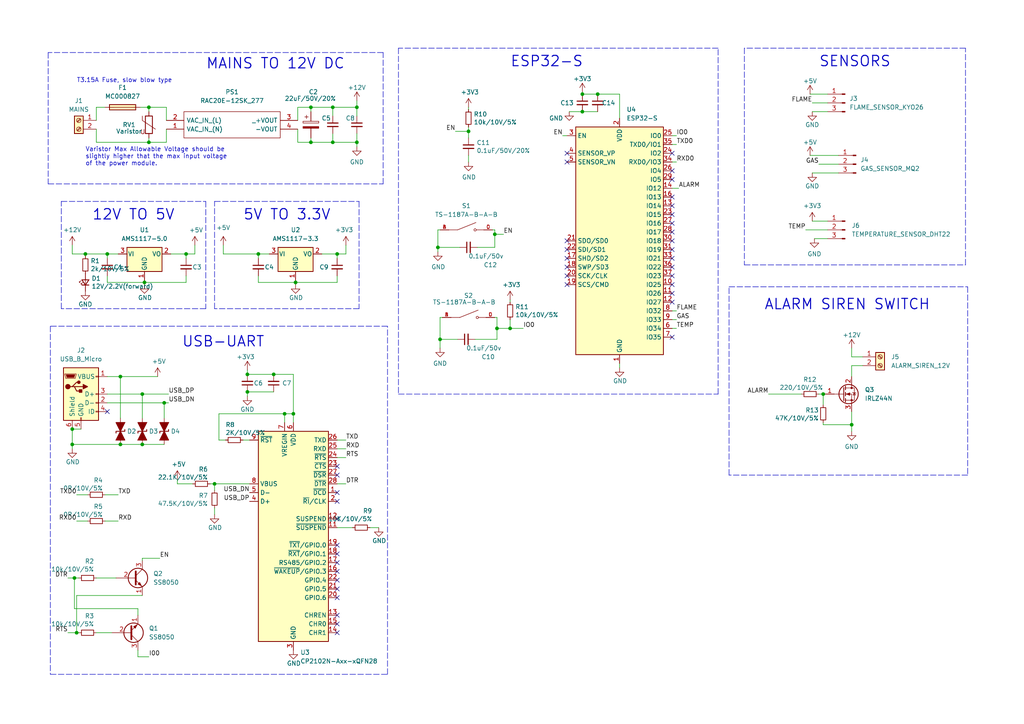
<source format=kicad_sch>
(kicad_sch (version 20211123) (generator eeschema)
  (paper "A4")
  (lib_symbols
    (symbol "Connector:Conn_01x03_Male" (pin_names (offset 1.016) hide)
      (property "Reference" "J" (at 0 5.08 0))
      (property "Value" "Conn_01x03_Male" (at 0 -5.08 0))
      (symbol "Conn_01x03_Male_1_1"
        (pin passive line (at 5.08 2.54 180) (length 3.81) (name "Pin_1") (number "1"))
        (pin passive line (at 5.08 0 180) (length 3.81) (name "Pin_2") (number "2"))
        (pin passive line (at 5.08 -2.54 180) (length 3.81) (name "Pin_3") (number "3"))
      )
    )
    (symbol "Connector:Screw_Terminal_01x02" (pin_names (offset 1.016) hide)
      (property "Reference" "J" (at 0 2.54 0))
      (property "Value" "Screw_Terminal_01x02" (at 0 -5.08 0))
      (symbol "Screw_Terminal_01x02_1_1"
        (pin passive line (at -5.08 0 0) (length 3.81) (name "Pin_1") (number "1"))
        (pin passive line (at -5.08 -2.54 0) (length 3.81) (name "Pin_2") (number "2"))
      )
    )
    (symbol "Connector:USB_B_Micro" (pin_names (offset 1.016))
      (property "Reference" "J" (at -5.08 11.43 0))
      (property "Value" "USB_B_Micro" (at -5.08 8.89 0))
      (symbol "USB_B_Micro_1_1"
        (pin power_out line (at 7.62 5.08 180) (length 2.54) (name "VBUS") (number "1"))
        (pin bidirectional line (at 7.62 -2.54 180) (length 2.54) (name "D-") (number "2"))
        (pin bidirectional line (at 7.62 0 180) (length 2.54) (name "D+") (number "3"))
        (pin passive line (at 7.62 -5.08 180) (length 2.54) (name "ID") (number "4"))
        (pin power_out line (at 0 -10.16 90) (length 2.54) (name "GND") (number "5"))
        (pin passive line (at -2.54 -10.16 90) (length 2.54) (name "Shield") (number "6"))
      )
    )
    (symbol "Device:C_Polarized" (pin_numbers hide) (pin_names (offset 0.254))
      (property "Reference" "C" (at 0.635 2.54 0))
      (property "Value" "C_Polarized" (at 0.635 -2.54 0))
      (symbol "C_Polarized_1_1"
        (pin passive line (at 0 3.81 270) (length 2.794) (name "~") (number "1"))
        (pin passive line (at 0 -3.81 90) (length 2.794) (name "~") (number "2"))
      )
    )
    (symbol "Device:C_Small" (pin_numbers hide) (pin_names (offset 0.254) hide)
      (property "Reference" "C" (at 0.254 1.778 0))
      (property "Value" "C_Small" (at 0.254 -2.032 0))
      (symbol "C_Small_1_1"
        (pin passive line (at 0 2.54 270) (length 2.032) (name "~") (number "1"))
        (pin passive line (at 0 -2.54 90) (length 2.032) (name "~") (number "2"))
      )
    )
    (symbol "Device:D_TVS_Filled" (pin_numbers hide) (pin_names (offset 1.016) hide)
      (property "Reference" "D" (at 0 2.54 0))
      (property "Value" "D_TVS_Filled" (at 0 -2.54 0))
      (symbol "D_TVS_Filled_1_1"
        (pin passive line (at -3.81 0 0) (length 2.54) (name "A1") (number "1"))
        (pin passive line (at 3.81 0 180) (length 2.54) (name "A2") (number "2"))
      )
    )
    (symbol "Device:LED_Small" (pin_numbers hide) (pin_names (offset 0.254) hide)
      (property "Reference" "D" (at -1.27 3.175 0))
      (property "Value" "LED_Small" (at -4.445 -2.54 0))
      (symbol "LED_Small_1_1"
        (pin passive line (at -2.54 0 0) (length 1.778) (name "K") (number "1"))
        (pin passive line (at 2.54 0 180) (length 1.778) (name "A") (number "2"))
      )
    )
    (symbol "Device:R_Small" (pin_numbers hide) (pin_names (offset 0.254) hide)
      (property "Reference" "R" (at 0.762 0.508 0))
      (property "Value" "R_Small" (at 0.762 -1.016 0))
      (symbol "R_Small_1_1"
        (pin passive line (at 0 2.54 270) (length 0.762) (name "~") (number "1"))
        (pin passive line (at 0 -2.54 90) (length 0.762) (name "~") (number "2"))
      )
    )
    (symbol "Device:Varistor" (pin_numbers hide) (pin_names (offset 0))
      (property "Reference" "RV" (at 3.175 0 90))
      (property "Value" "Varistor" (at -3.175 0 90))
      (symbol "Varistor_0_0"
        (text "U" (at -1.778 -2.032 0) (effects (font (size 1.27 1.27))))
      )
      (symbol "Varistor_1_1"
        (pin passive line (at 0 3.81 270) (length 1.27) (name "~") (number "1"))
        (pin passive line (at 0 -3.81 90) (length 1.27) (name "~") (number "2"))
      )
    )
    (symbol "Interface_USB:CP2102N-Axx-xQFN28"
      (property "Reference" "U" (at -8.89 31.75 0))
      (property "Value" "CP2102N-Axx-xQFN28" (at 12.7 31.75 0))
      (symbol "CP2102N-Axx-xQFN28_1_1"
        (pin input line (at 12.7 12.7 180) (length 2.54) (name "~{DCD}") (number "1"))
        (pin no_connect line (at -10.16 -27.94 0) (length 2.54) hide (name "NC") (number "10"))
        (pin output line (at 12.7 2.54 180) (length 2.54) (name "~{SUSPEND}") (number "11"))
        (pin output line (at 12.7 5.08 180) (length 2.54) (name "SUSPEND") (number "12"))
        (pin output line (at 12.7 -22.86 180) (length 2.54) (name "CHREN") (number "13"))
        (pin output line (at 12.7 -27.94 180) (length 2.54) (name "CHR1") (number "14"))
        (pin output line (at 12.7 -25.4 180) (length 2.54) (name "CHR0") (number "15"))
        (pin bidirectional line (at 12.7 -10.16 180) (length 2.54) (name "~{WAKEUP}/GPIO.3") (number "16"))
        (pin bidirectional line (at 12.7 -7.62 180) (length 2.54) (name "RS485/GPIO.2") (number "17"))
        (pin bidirectional line (at 12.7 -5.08 180) (length 2.54) (name "~{RXT}/GPIO.1") (number "18"))
        (pin bidirectional line (at 12.7 -2.54 180) (length 2.54) (name "~{TXT}/GPIO.0") (number "19"))
        (pin bidirectional line (at 12.7 10.16 180) (length 2.54) (name "~{RI}/CLK") (number "2"))
        (pin bidirectional line (at 12.7 -17.78 180) (length 2.54) (name "GPIO.6") (number "20"))
        (pin bidirectional line (at 12.7 -15.24 180) (length 2.54) (name "GPIO.5") (number "21"))
        (pin bidirectional line (at 12.7 -12.7 180) (length 2.54) (name "GPIO.4") (number "22"))
        (pin input line (at 12.7 20.32 180) (length 2.54) (name "~{CTS}") (number "23"))
        (pin output line (at 12.7 22.86 180) (length 2.54) (name "~{RTS}") (number "24"))
        (pin input line (at 12.7 25.4 180) (length 2.54) (name "RXD") (number "25"))
        (pin output line (at 12.7 27.94 180) (length 2.54) (name "TXD") (number "26"))
        (pin input line (at 12.7 17.78 180) (length 2.54) (name "~{DSR}") (number "27"))
        (pin output line (at 12.7 15.24 180) (length 2.54) (name "~{DTR}") (number "28"))
        (pin passive line (at 0 -33.02 90) (length 2.54) hide (name "GND") (number "29"))
        (pin power_in line (at 0 -33.02 90) (length 2.54) (name "GND") (number "3"))
        (pin bidirectional line (at -12.7 10.16 0) (length 2.54) (name "D+") (number "4"))
        (pin bidirectional line (at -12.7 12.7 0) (length 2.54) (name "D-") (number "5"))
        (pin power_in line (at 0 33.02 270) (length 2.54) (name "VDD") (number "6"))
        (pin power_in line (at -2.54 33.02 270) (length 2.54) (name "VREGIN") (number "7"))
        (pin input line (at -12.7 15.24 0) (length 2.54) (name "VBUS") (number "8"))
        (pin input line (at -12.7 27.94 0) (length 2.54) (name "~{RST}") (number "9"))
      )
    )
    (symbol "MC000827:MC000827" (pin_numbers hide) (pin_names (offset 1.016) hide)
      (property "Reference" "F" (at -3.81 1.397 0))
      (property "Value" "MC000827" (at -3.81 -2.921 0))
      (symbol "MC000827_0_0"
        (pin passive line (at -5.08 0 0) (length 2.54) (name "~") (number "P$1"))
        (pin passive line (at 5.08 0 180) (length 2.54) (name "~") (number "P$2"))
      )
    )
    (symbol "RAC20E-12SK_277:RAC20E-12SK_277" (pin_names (offset 0.762))
      (property "Reference" "PS" (at 34.29 7.62 0))
      (property "Value" "RAC20E-12SK_277" (at 34.29 5.08 0))
      (symbol "RAC20E-12SK_277_0_0"
        (pin passive line (at 0 -2.54 0) (length 5.08) (name "VAC_IN_(N)") (number "1"))
        (pin passive line (at 0 0 0) (length 5.08) (name "VAC_IN_(L)") (number "2"))
        (pin passive line (at 38.1 0 180) (length 5.08) (name "_+VOUT") (number "3"))
        (pin passive line (at 38.1 -2.54 180) (length 5.08) (name "-VOUT") (number "4"))
      )
    )
    (symbol "RF_Module:ESP32-WROOM-32D"
      (property "Reference" "U" (at -12.7 34.29 0))
      (property "Value" "ESP32-WROOM-32D" (at 1.27 34.29 0))
      (symbol "ESP32-WROOM-32D_1_1"
        (pin power_in line (at 0 -35.56 90) (length 2.54) (name "GND") (number "1"))
        (pin bidirectional line (at 15.24 -12.7 180) (length 2.54) (name "IO25") (number "10"))
        (pin bidirectional line (at 15.24 -15.24 180) (length 2.54) (name "IO26") (number "11"))
        (pin bidirectional line (at 15.24 -17.78 180) (length 2.54) (name "IO27") (number "12"))
        (pin bidirectional line (at 15.24 10.16 180) (length 2.54) (name "IO14") (number "13"))
        (pin bidirectional line (at 15.24 15.24 180) (length 2.54) (name "IO12") (number "14"))
        (pin passive line (at 0 -35.56 90) (length 2.54) hide (name "GND") (number "15"))
        (pin bidirectional line (at 15.24 12.7 180) (length 2.54) (name "IO13") (number "16"))
        (pin bidirectional line (at -15.24 -5.08 0) (length 2.54) (name "SHD/SD2") (number "17"))
        (pin bidirectional line (at -15.24 -7.62 0) (length 2.54) (name "SWP/SD3") (number "18"))
        (pin bidirectional line (at -15.24 -12.7 0) (length 2.54) (name "SCS/CMD") (number "19"))
        (pin power_in line (at 0 35.56 270) (length 2.54) (name "VDD") (number "2"))
        (pin bidirectional line (at -15.24 -10.16 0) (length 2.54) (name "SCK/CLK") (number "20"))
        (pin bidirectional line (at -15.24 0 0) (length 2.54) (name "SDO/SD0") (number "21"))
        (pin bidirectional line (at -15.24 -2.54 0) (length 2.54) (name "SDI/SD1") (number "22"))
        (pin bidirectional line (at 15.24 7.62 180) (length 2.54) (name "IO15") (number "23"))
        (pin bidirectional line (at 15.24 25.4 180) (length 2.54) (name "IO2") (number "24"))
        (pin bidirectional line (at 15.24 30.48 180) (length 2.54) (name "IO0") (number "25"))
        (pin bidirectional line (at 15.24 20.32 180) (length 2.54) (name "IO4") (number "26"))
        (pin bidirectional line (at 15.24 5.08 180) (length 2.54) (name "IO16") (number "27"))
        (pin bidirectional line (at 15.24 2.54 180) (length 2.54) (name "IO17") (number "28"))
        (pin bidirectional line (at 15.24 17.78 180) (length 2.54) (name "IO5") (number "29"))
        (pin input line (at -15.24 30.48 0) (length 2.54) (name "EN") (number "3"))
        (pin bidirectional line (at 15.24 0 180) (length 2.54) (name "IO18") (number "30"))
        (pin bidirectional line (at 15.24 -2.54 180) (length 2.54) (name "IO19") (number "31"))
        (pin no_connect line (at -12.7 -27.94 0) (length 2.54) hide (name "NC") (number "32"))
        (pin bidirectional line (at 15.24 -5.08 180) (length 2.54) (name "IO21") (number "33"))
        (pin bidirectional line (at 15.24 22.86 180) (length 2.54) (name "RXD0/IO3") (number "34"))
        (pin bidirectional line (at 15.24 27.94 180) (length 2.54) (name "TXD0/IO1") (number "35"))
        (pin bidirectional line (at 15.24 -7.62 180) (length 2.54) (name "IO22") (number "36"))
        (pin bidirectional line (at 15.24 -10.16 180) (length 2.54) (name "IO23") (number "37"))
        (pin passive line (at 0 -35.56 90) (length 2.54) hide (name "GND") (number "38"))
        (pin passive line (at 0 -35.56 90) (length 2.54) hide (name "GND") (number "39"))
        (pin input line (at -15.24 25.4 0) (length 2.54) (name "SENSOR_VP") (number "4"))
        (pin input line (at -15.24 22.86 0) (length 2.54) (name "SENSOR_VN") (number "5"))
        (pin input line (at 15.24 -25.4 180) (length 2.54) (name "IO34") (number "6"))
        (pin input line (at 15.24 -27.94 180) (length 2.54) (name "IO35") (number "7"))
        (pin bidirectional line (at 15.24 -20.32 180) (length 2.54) (name "IO32") (number "8"))
        (pin bidirectional line (at 15.24 -22.86 180) (length 2.54) (name "IO33") (number "9"))
      )
    )
    (symbol "Regulator_Linear:AMS1117-3.3" (pin_names (offset 0.254))
      (property "Reference" "U" (at -3.81 3.175 0))
      (property "Value" "AMS1117-3.3" (at 0 3.175 0))
      (symbol "AMS1117-3.3_1_1"
        (pin power_in line (at 0 -7.62 90) (length 2.54) (name "GND") (number "1"))
        (pin power_out line (at 7.62 0 180) (length 2.54) (name "VO") (number "2"))
        (pin power_in line (at -7.62 0 0) (length 2.54) (name "VI") (number "3"))
      )
    )
    (symbol "Regulator_Linear:AMS1117-5.0" (pin_names (offset 0.254))
      (property "Reference" "U" (at -3.81 3.175 0))
      (property "Value" "AMS1117-5.0" (at 0 3.175 0))
      (symbol "AMS1117-5.0_1_1"
        (pin power_in line (at 0 -7.62 90) (length 2.54) (name "GND") (number "1"))
        (pin power_out line (at 7.62 0 180) (length 2.54) (name "VO") (number "2"))
        (pin power_in line (at -7.62 0 0) (length 2.54) (name "VI") (number "3"))
      )
    )
    (symbol "TS-1187A-B-A-B:TS-1187A-B-A-B" (pin_names (offset 1.016) hide)
      (property "Reference" "S" (at -2.54 2.54 0))
      (property "Value" "TS-1187A-B-A-B" (at -2.54 -2.54 0))
      (symbol "TS-1187A-B-A-B_0_0"
        (pin passive line (at -7.62 0 0) (length 2.54) (name "~") (number "A"))
        (pin passive line (at -7.62 0 0) (length 2.54) (name "~") (number "B"))
        (pin passive line (at 7.62 0 180) (length 2.54) (name "~") (number "C"))
        (pin passive line (at 7.62 0 180) (length 2.54) (name "~") (number "D"))
      )
    )
    (symbol "Transistor_BJT:2N2219" (pin_names (offset 0) hide)
      (property "Reference" "Q" (at 5.08 1.905 0))
      (property "Value" "2N2219" (at 5.08 0 0))
      (symbol "2N2219_1_1"
        (pin passive line (at 2.54 -5.08 90) (length 2.54) (name "E") (number "1"))
        (pin passive line (at -5.08 0 0) (length 5.715) (name "B") (number "2"))
        (pin passive line (at 2.54 5.08 270) (length 2.54) (name "C") (number "3"))
      )
    )
    (symbol "Transistor_FET:IRLZ44N" (pin_names hide)
      (property "Reference" "Q" (at 6.35 1.905 0))
      (property "Value" "IRLZ44N" (at 6.35 0 0))
      (symbol "IRLZ44N_1_1"
        (pin input line (at -5.08 0 0) (length 2.54) (name "G") (number "1"))
        (pin passive line (at 2.54 5.08 270) (length 2.54) (name "D") (number "2"))
        (pin passive line (at 2.54 -5.08 90) (length 2.54) (name "S") (number "3"))
      )
    )
    (symbol "power:+12V" (power) (pin_names (offset 0))
      (property "Value" "+12V" (at 0 3.556 0))
      (symbol "+12V_1_1"
        (pin power_in line (at 0 0 90) (length 0) hide (name "+12V") (number "1"))
      )
    )
    (symbol "power:+3.3V" (power) (pin_names (offset 0))
      (property "Value" "+3.3V" (at 0 3.556 0))
      (symbol "+3.3V_1_1"
        (pin power_in line (at 0 0 90) (length 0) hide (name "+3V3") (number "1"))
      )
    )
    (symbol "power:+5V" (power) (pin_names (offset 0))
      (property "Value" "+5V" (at 0 3.556 0))
      (symbol "+5V_1_1"
        (pin power_in line (at 0 0 90) (length 0) hide (name "+5V") (number "1"))
      )
    )
    (symbol "power:GND" (power) (pin_names (offset 0))
      (property "Value" "GND" (at 0 -3.81 0))
      (symbol "GND_1_1"
        (pin power_in line (at 0 0 270) (length 0) hide (name "GND") (number "1"))
      )
    )
  )
  (junction (at 20.955 124.46))
  (junction (at 168.91 27.305))
  (junction (at 47.625 116.84))
  (junction (at 71.755 108.585))
  (junction (at 90.17 41.275))
  (junction (at 103.505 41.275))
  (junction (at 168.91 32.385))
  (junction (at 247.015 123.19))
  (junction (at 103.505 31.115))
  (junction (at 43.18 31.115))
  (junction (at 22.225 183.515))
  (junction (at 147.955 95.25))
  (junction (at 41.275 128.905))
  (junction (at 85.725 81.915))
  (junction (at 31.115 73.66))
  (junction (at 74.93 73.66))
  (junction (at 41.275 114.3))
  (junction (at 24.765 73.66))
  (junction (at 96.52 31.115))
  (junction (at 71.755 113.665))
  (junction (at 144.145 95.25))
  (junction (at 135.89 38.1))
  (junction (at 96.52 41.275))
  (junction (at 90.17 31.115))
  (junction (at 79.375 108.585))
  (junction (at 21.59 167.64))
  (junction (at 238.76 114.3))
  (junction (at 127 71.755))
  (junction (at 34.925 128.905))
  (junction (at 82.55 120.015))
  (junction (at 53.975 73.66))
  (junction (at 97.79 73.66))
  (junction (at 62.23 140.335))
  (junction (at 173.355 27.305))
  (junction (at 43.18 41.275))
  (junction (at 41.91 81.915))
  (junction (at 127.635 98.425))
  (junction (at 143.51 67.945))
  (junction (at 85.09 120.015))
  (junction (at 34.925 109.22))
  (junction (at 20.955 128.905))
  (no_connect (at 194.945 97.79))
  (no_connect (at 164.465 74.93))
  (no_connect (at 31.115 119.38))
  (no_connect (at 97.79 183.515))
  (no_connect (at 97.79 180.975))
  (no_connect (at 97.79 178.435))
  (no_connect (at 97.79 173.355))
  (no_connect (at 97.79 170.815))
  (no_connect (at 97.79 168.275))
  (no_connect (at 97.79 165.735))
  (no_connect (at 97.79 163.195))
  (no_connect (at 97.79 160.655))
  (no_connect (at 97.79 158.115))
  (no_connect (at 194.945 59.69))
  (no_connect (at 194.945 44.45))
  (no_connect (at 194.945 49.53))
  (no_connect (at 194.945 52.07))
  (no_connect (at 194.945 57.15))
  (no_connect (at 164.465 72.39))
  (no_connect (at 194.945 72.39))
  (no_connect (at 164.465 77.47))
  (no_connect (at 97.79 150.495))
  (no_connect (at 164.465 46.99))
  (no_connect (at 194.945 82.55))
  (no_connect (at 194.945 67.31))
  (no_connect (at 194.945 64.77))
  (no_connect (at 194.945 62.23))
  (no_connect (at 164.465 69.85))
  (no_connect (at 164.465 82.55))
  (no_connect (at 194.945 85.09))
  (no_connect (at 164.465 80.01))
  (no_connect (at 194.945 74.93))
  (no_connect (at 194.945 69.85))
  (no_connect (at 194.945 87.63))
  (no_connect (at 194.945 80.01))
  (no_connect (at 194.945 77.47))
  (no_connect (at 97.79 145.415))
  (no_connect (at 97.79 142.875))
  (no_connect (at 97.79 137.795))
  (no_connect (at 97.79 135.255))
  (no_connect (at 164.465 44.45))
  (wire (pts (xy 74.93 74.93) (xy 74.93 73.66)))
  (wire (pts (xy 47.625 116.84) (xy 47.625 121.285)))
  (polyline (pts (xy 14.605 94.615) (xy 14.605 195.58)))
  (wire (pts (xy 27.94 34.925) (xy 27.94 31.115)))
  (polyline (pts (xy 215.9 13.97) (xy 215.9 76.835)))
  (wire (pts (xy 135.89 36.83) (xy 135.89 38.1)))
  (wire (pts (xy 235.585 50.165) (xy 243.205 50.165)))
  (wire (pts (xy 103.505 33.655) (xy 103.505 31.115)))
  (wire (pts (xy 31.115 114.3) (xy 41.275 114.3)))
  (wire (pts (xy 60.96 140.335) (xy 62.23 140.335)))
  (wire (pts (xy 41.275 161.925) (xy 46.355 161.925)))
  (polyline (pts (xy 112.395 94.615) (xy 14.605 94.615)))
  (wire (pts (xy 179.705 27.305) (xy 173.355 27.305)))
  (polyline (pts (xy 111.125 53.34) (xy 111.125 15.24)))
  (wire (pts (xy 71.755 108.585) (xy 79.375 108.585)))
  (wire (pts (xy 146.05 67.945) (xy 143.51 67.945)))
  (wire (pts (xy 90.17 40.005) (xy 90.17 41.275)))
  (wire (pts (xy 247.015 123.19) (xy 247.015 125.095)))
  (polyline (pts (xy 215.9 76.835) (xy 280.035 76.835)))
  (wire (pts (xy 82.55 120.015) (xy 85.09 120.015)))
  (polyline (pts (xy 211.455 83.185) (xy 280.67 83.185)))
  (wire (pts (xy 74.93 81.915) (xy 85.725 81.915)))
  (wire (pts (xy 70.485 127.635) (xy 72.39 127.635)))
  (wire (pts (xy 86.36 34.925) (xy 86.36 31.115)))
  (polyline (pts (xy 13.97 15.24) (xy 13.97 53.34)))
  (wire (pts (xy 56.515 71.12) (xy 56.515 73.66)))
  (wire (pts (xy 196.215 41.91) (xy 194.945 41.91)))
  (wire (pts (xy 41.91 81.28) (xy 41.91 81.915)))
  (wire (pts (xy 137.795 98.425) (xy 144.145 98.425)))
  (wire (pts (xy 27.94 183.515) (xy 32.385 183.515)))
  (wire (pts (xy 22.225 183.515) (xy 22.86 183.515)))
  (polyline (pts (xy 59.69 58.42) (xy 59.69 89.535)))
  (wire (pts (xy 237.49 114.3) (xy 238.76 114.3)))
  (wire (pts (xy 127 66.675) (xy 127.635 66.675)))
  (wire (pts (xy 247.015 103.505) (xy 250.19 103.505)))
  (wire (pts (xy 53.975 74.93) (xy 53.975 73.66)))
  (wire (pts (xy 53.975 80.01) (xy 53.975 81.915)))
  (wire (pts (xy 237.49 47.625) (xy 243.205 47.625)))
  (wire (pts (xy 97.79 80.01) (xy 97.79 81.915)))
  (wire (pts (xy 20.955 128.905) (xy 34.925 128.905)))
  (wire (pts (xy 19.685 167.64) (xy 21.59 167.64)))
  (wire (pts (xy 41.275 128.905) (xy 47.625 128.905)))
  (wire (pts (xy 168.91 27.305) (xy 173.355 27.305)))
  (wire (pts (xy 143.51 66.675) (xy 143.51 67.945)))
  (wire (pts (xy 40.005 176.53) (xy 21.59 176.53)))
  (wire (pts (xy 103.505 38.735) (xy 103.505 41.275)))
  (wire (pts (xy 90.17 41.275) (xy 96.52 41.275)))
  (wire (pts (xy 43.18 190.5) (xy 40.005 190.5)))
  (wire (pts (xy 196.215 46.99) (xy 194.945 46.99)))
  (wire (pts (xy 103.505 29.21) (xy 103.505 31.115)))
  (wire (pts (xy 100.33 73.66) (xy 97.79 73.66)))
  (wire (pts (xy 41.275 162.56) (xy 41.275 161.925)))
  (polyline (pts (xy 280.67 137.795) (xy 211.455 137.795)))
  (wire (pts (xy 143.51 71.755) (xy 143.51 67.945)))
  (polyline (pts (xy 111.125 15.24) (xy 13.97 15.24)))
  (wire (pts (xy 22.225 143.51) (xy 25.4 143.51)))
  (wire (pts (xy 20.955 124.46) (xy 20.955 128.905)))
  (wire (pts (xy 127.635 98.425) (xy 127.635 100.965)))
  (wire (pts (xy 85.725 81.28) (xy 85.725 81.915)))
  (wire (pts (xy 142.875 66.675) (xy 143.51 66.675)))
  (wire (pts (xy 144.145 92.075) (xy 144.145 95.25)))
  (wire (pts (xy 20.955 128.905) (xy 20.955 130.175)))
  (polyline (pts (xy 112.395 195.58) (xy 112.395 94.615)))
  (wire (pts (xy 21.59 167.64) (xy 22.86 167.64)))
  (wire (pts (xy 43.18 41.275) (xy 48.26 41.275)))
  (wire (pts (xy 43.18 31.115) (xy 43.18 32.385)))
  (wire (pts (xy 62.23 147.32) (xy 62.23 149.225)))
  (wire (pts (xy 82.55 120.015) (xy 82.55 122.555)))
  (wire (pts (xy 127.635 92.075) (xy 128.27 92.075)))
  (wire (pts (xy 97.79 140.335) (xy 100.33 140.335)))
  (wire (pts (xy 71.755 113.665) (xy 71.755 114.935)))
  (polyline (pts (xy 280.035 76.835) (xy 280.035 13.97)))
  (polyline (pts (xy 208.28 114.3) (xy 208.28 13.97)))
  (polyline (pts (xy 13.97 53.34) (xy 111.125 53.34)))
  (wire (pts (xy 236.22 69.215) (xy 240.03 69.215)))
  (wire (pts (xy 194.945 95.25) (xy 196.215 95.25)))
  (wire (pts (xy 96.52 41.275) (xy 103.505 41.275)))
  (polyline (pts (xy 115.57 114.3) (xy 208.28 114.3)))
  (wire (pts (xy 163.195 39.37) (xy 164.465 39.37)))
  (polyline (pts (xy 280.035 13.97) (xy 215.9 13.97)))
  (wire (pts (xy 34.925 109.22) (xy 45.72 109.22)))
  (wire (pts (xy 22.225 151.13) (xy 25.4 151.13)))
  (wire (pts (xy 71.755 107.315) (xy 71.755 108.585)))
  (wire (pts (xy 135.89 31.115) (xy 135.89 31.75)))
  (wire (pts (xy 103.505 42.545) (xy 103.505 41.275)))
  (wire (pts (xy 86.36 37.465) (xy 86.36 41.275)))
  (wire (pts (xy 85.09 120.015) (xy 85.09 122.555)))
  (wire (pts (xy 127.635 92.075) (xy 127.635 98.425)))
  (wire (pts (xy 194.945 54.61) (xy 196.85 54.61)))
  (wire (pts (xy 64.77 73.66) (xy 74.93 73.66)))
  (polyline (pts (xy 17.78 89.535) (xy 17.78 58.42)))
  (wire (pts (xy 27.94 167.64) (xy 33.655 167.64)))
  (wire (pts (xy 234.95 27.305) (xy 240.03 27.305)))
  (wire (pts (xy 31.115 109.22) (xy 34.925 109.22)))
  (wire (pts (xy 71.755 113.665) (xy 79.375 113.665)))
  (wire (pts (xy 24.765 74.295) (xy 24.765 73.66)))
  (wire (pts (xy 31.115 74.93) (xy 31.115 73.66)))
  (wire (pts (xy 79.375 108.585) (xy 85.09 108.585)))
  (wire (pts (xy 138.43 71.755) (xy 143.51 71.755)))
  (wire (pts (xy 27.94 37.465) (xy 27.94 41.275)))
  (wire (pts (xy 34.925 128.905) (xy 41.275 128.905)))
  (wire (pts (xy 247.015 119.38) (xy 247.015 123.19)))
  (wire (pts (xy 40.005 190.5) (xy 40.005 188.595)))
  (wire (pts (xy 43.18 40.005) (xy 43.18 41.275)))
  (wire (pts (xy 143.51 92.075) (xy 144.145 92.075)))
  (wire (pts (xy 238.76 122.555) (xy 238.76 123.19)))
  (wire (pts (xy 179.705 105.41) (xy 179.705 106.68)))
  (wire (pts (xy 135.89 45.085) (xy 135.89 46.99)))
  (wire (pts (xy 165.1 32.385) (xy 168.91 32.385)))
  (wire (pts (xy 90.17 31.115) (xy 96.52 31.115)))
  (wire (pts (xy 107.315 153.035) (xy 109.855 153.035)))
  (wire (pts (xy 243.205 45.085) (xy 234.95 45.085)))
  (wire (pts (xy 147.955 95.25) (xy 151.765 95.25)))
  (wire (pts (xy 235.585 64.135) (xy 240.03 64.135)))
  (wire (pts (xy 194.945 39.37) (xy 196.215 39.37)))
  (wire (pts (xy 238.76 114.3) (xy 239.395 114.3)))
  (wire (pts (xy 31.115 116.84) (xy 47.625 116.84)))
  (polyline (pts (xy 17.78 58.42) (xy 59.69 58.42)))
  (wire (pts (xy 74.93 73.66) (xy 78.105 73.66)))
  (wire (pts (xy 27.94 41.275) (xy 43.18 41.275)))
  (wire (pts (xy 21.59 176.53) (xy 21.59 167.64)))
  (wire (pts (xy 20.955 73.66) (xy 24.765 73.66)))
  (wire (pts (xy 233.68 66.675) (xy 240.03 66.675)))
  (wire (pts (xy 96.52 31.115) (xy 96.52 33.655)))
  (wire (pts (xy 40.005 178.435) (xy 40.005 176.53)))
  (wire (pts (xy 63.5 127.635) (xy 65.405 127.635)))
  (wire (pts (xy 97.79 127.635) (xy 100.33 127.635)))
  (wire (pts (xy 127 71.755) (xy 127 66.675)))
  (polyline (pts (xy 62.23 58.42) (xy 104.14 58.42)))
  (wire (pts (xy 64.77 71.12) (xy 64.77 73.66)))
  (wire (pts (xy 250.19 106.045) (xy 247.015 106.045)))
  (polyline (pts (xy 115.57 13.97) (xy 115.57 114.3)))
  (wire (pts (xy 179.705 27.305) (xy 179.705 34.29)))
  (wire (pts (xy 20.955 124.46) (xy 23.495 124.46)))
  (wire (pts (xy 238.76 114.3) (xy 238.76 117.475)))
  (wire (pts (xy 63.5 127.635) (xy 63.5 120.015)))
  (wire (pts (xy 194.945 92.71) (xy 196.215 92.71)))
  (wire (pts (xy 96.52 38.735) (xy 96.52 41.275)))
  (wire (pts (xy 86.36 31.115) (xy 90.17 31.115)))
  (wire (pts (xy 168.91 32.385) (xy 173.355 32.385)))
  (wire (pts (xy 48.26 31.115) (xy 48.26 34.925)))
  (wire (pts (xy 144.145 95.25) (xy 147.955 95.25)))
  (wire (pts (xy 97.79 153.035) (xy 102.235 153.035)))
  (polyline (pts (xy 208.28 13.97) (xy 115.57 13.97)))
  (wire (pts (xy 235.585 32.385) (xy 240.03 32.385)))
  (polyline (pts (xy 104.14 89.535) (xy 62.23 89.535)))
  (wire (pts (xy 47.625 116.84) (xy 48.895 116.84)))
  (wire (pts (xy 41.275 172.72) (xy 22.225 172.72)))
  (wire (pts (xy 127 71.755) (xy 133.35 71.755)))
  (wire (pts (xy 235.585 29.845) (xy 240.03 29.845)))
  (wire (pts (xy 97.79 81.915) (xy 85.725 81.915)))
  (wire (pts (xy 48.26 41.275) (xy 48.26 37.465)))
  (polyline (pts (xy 211.455 137.795) (xy 211.455 83.185)))
  (wire (pts (xy 97.79 132.715) (xy 100.33 132.715)))
  (polyline (pts (xy 62.23 89.535) (xy 62.23 58.42)))
  (wire (pts (xy 24.765 73.66) (xy 31.115 73.66)))
  (polyline (pts (xy 59.69 89.535) (xy 17.78 89.535)))
  (wire (pts (xy 127 71.755) (xy 127 73.025)))
  (wire (pts (xy 51.435 139.065) (xy 51.435 140.335)))
  (wire (pts (xy 63.5 120.015) (xy 82.55 120.015)))
  (wire (pts (xy 41.275 114.3) (xy 41.275 121.285)))
  (wire (pts (xy 22.225 172.72) (xy 22.225 183.515)))
  (wire (pts (xy 247.015 100.965) (xy 247.015 103.505)))
  (wire (pts (xy 41.91 81.915) (xy 41.91 82.55)))
  (wire (pts (xy 30.48 143.51) (xy 34.29 143.51)))
  (wire (pts (xy 96.52 31.115) (xy 103.505 31.115)))
  (wire (pts (xy 53.975 81.915) (xy 41.91 81.915)))
  (wire (pts (xy 85.09 108.585) (xy 85.09 120.015)))
  (wire (pts (xy 97.79 74.93) (xy 97.79 73.66)))
  (wire (pts (xy 132.08 38.1) (xy 135.89 38.1)))
  (wire (pts (xy 238.76 123.19) (xy 247.015 123.19)))
  (wire (pts (xy 19.685 183.515) (xy 22.225 183.515)))
  (wire (pts (xy 62.23 140.335) (xy 62.23 142.24)))
  (wire (pts (xy 56.515 73.66) (xy 53.975 73.66)))
  (wire (pts (xy 93.345 73.66) (xy 97.79 73.66)))
  (polyline (pts (xy 14.605 195.58) (xy 112.395 195.58)))
  (wire (pts (xy 49.53 73.66) (xy 53.975 73.66)))
  (wire (pts (xy 51.435 140.335) (xy 55.88 140.335)))
  (wire (pts (xy 85.725 81.915) (xy 85.725 82.55)))
  (wire (pts (xy 194.945 90.17) (xy 196.215 90.17)))
  (wire (pts (xy 90.17 31.115) (xy 90.17 32.385)))
  (wire (pts (xy 168.91 26.67) (xy 168.91 27.305)))
  (wire (pts (xy 31.115 73.66) (xy 34.29 73.66)))
  (polyline (pts (xy 280.67 83.185) (xy 280.67 137.795)))
  (wire (pts (xy 100.33 71.12) (xy 100.33 73.66)))
  (wire (pts (xy 247.015 106.045) (xy 247.015 109.22)))
  (wire (pts (xy 62.23 140.335) (xy 72.39 140.335)))
  (wire (pts (xy 74.93 80.01) (xy 74.93 81.915)))
  (wire (pts (xy 27.94 31.115) (xy 30.48 31.115)))
  (wire (pts (xy 43.18 31.115) (xy 48.26 31.115)))
  (wire (pts (xy 20.955 71.12) (xy 20.955 73.66)))
  (wire (pts (xy 40.64 31.115) (xy 43.18 31.115)))
  (wire (pts (xy 41.275 114.3) (xy 48.895 114.3)))
  (wire (pts (xy 132.715 98.425) (xy 127.635 98.425)))
  (wire (pts (xy 135.89 38.1) (xy 135.89 40.005)))
  (wire (pts (xy 30.48 151.13) (xy 34.29 151.13)))
  (wire (pts (xy 86.36 41.275) (xy 90.17 41.275)))
  (wire (pts (xy 31.115 81.915) (xy 41.91 81.915)))
  (wire (pts (xy 144.145 95.25) (xy 144.145 98.425)))
  (wire (pts (xy 31.115 80.01) (xy 31.115 81.915)))
  (wire (pts (xy 34.925 109.22) (xy 34.925 121.285)))
  (wire (pts (xy 222.885 114.3) (xy 232.41 114.3)))
  (wire (pts (xy 147.955 86.995) (xy 147.955 87.63)))
  (polyline (pts (xy 104.14 58.42) (xy 104.14 89.535)))
  (wire (pts (xy 97.79 130.175) (xy 100.33 130.175)))
  (wire (pts (xy 147.955 92.71) (xy 147.955 95.25)))
  (text "5V TO 3.3V\n" (at 70.485 64.135 0) (effects (font (size 3 3) (thickness 0.3) bold) (justify left bottom)))
  (text "12V TO 5V\n" (at 26.67 64.135 0) (effects (font (size 3 3) (thickness 0.3) bold) (justify left bottom)))
  (text "USB-UART" (at 52.705 100.965 0) (effects (font (size 3 3) (thickness 0.3) bold) (justify left bottom)))
  (text "Varistor Max Allowable Voltage should be\nslightly higher that the max input voltage\nof the power module." (at 24.765 48.26 0) (effects (font (size 1.27 1.27)) (justify left bottom)))
  (text "ALARM SIREN SWITCH\n" (at 221.615 90.17 0) (effects (font (size 3 3) (thickness 0.3) bold) (justify left bottom)))
  (text "T3.15A Fuse, slow blow type" (at 22.225 24.13 0) (effects (font (size 1.27 1.27)) (justify left bottom)))
  (text "ESP32-S" (at 147.955 19.685 0) (effects (font (size 3 3) (thickness 0.3) bold) (justify left bottom)))
  (text "MAINS TO 12V DC" (at 59.69 20.32 0) (effects (font (size 3 3) (thickness 0.3) bold) (justify left bottom)))
  (text "SENSORS" (at 237.49 19.685 0) (effects (font (size 3 3) (thickness 0.3) bold) (justify left bottom)))
  (label "FLAME" (at 196.215 90.17 0))
  (label "RXD" (at 34.29 151.13 0))
  (label "USB_DP" (at 72.39 145.415 180))
  (label "TXD" (at 100.33 127.635 0))
  (label "DTR" (at 19.685 167.64 180))
  (label "RTS" (at 100.33 132.715 0))
  (label "I00" (at 43.18 190.5 0))
  (label "USB_DN" (at 72.39 142.875 180))
  (label "EN" (at 46.355 161.925 0))
  (label "RXD" (at 100.33 130.175 0))
  (label "RXD0" (at 196.215 46.99 0))
  (label "ALARM" (at 222.885 114.3 180))
  (label "FLAME" (at 235.585 29.845 180))
  (label "GAS" (at 237.49 47.625 180))
  (label "EN" (at 132.08 38.1 180))
  (label "TXD0" (at 196.215 41.91 0))
  (label "IO0" (at 151.765 95.25 0))
  (label "TXD0" (at 22.225 143.51 180))
  (label "IO0" (at 196.215 39.37 0))
  (label "GAS" (at 196.215 92.71 0))
  (label "EN" (at 146.05 67.945 0))
  (label "RXD0" (at 22.225 151.13 180))
  (label "TXD" (at 34.29 143.51 0))
  (label "USB_DP" (at 48.895 114.3 0))
  (label "TEMP" (at 233.68 66.675 180))
  (label "RTS" (at 19.685 183.515 180))
  (label "ALARM" (at 196.85 54.61 0))
  (label "DTR" (at 100.33 140.335 0))
  (label "USB_DN" (at 48.895 116.84 0))
  (label "EN" (at 163.195 39.37 180))
  (label "TEMP" (at 196.215 95.25 0))
  (symbol (lib_id "power:GND") (at 235.585 50.165 0) (unit 1)
    (property "Reference" "#PWR029" (effects hide))
    (property "Value" "GND" (at 235.585 53.975 0))
  )
  (symbol (lib_id "power:GND") (at 247.015 125.095 0) (unit 1)
    (property "Reference" "#PWR0102" (effects hide))
    (property "Value" "GND" (at 247.015 129.54 0))
  )
  (symbol (lib_id "power:+5V") (at 51.435 139.065 0) (unit 1)
    (property "Reference" "#PWR07" (effects hide))
    (property "Value" "+5V" (at 51.816 134.6708 0))
  )
  (symbol (lib_id "power:+3.3V") (at 71.755 107.315 0) (mirror y) (unit 1)
    (property "Reference" "#PWR010" (effects hide))
    (property "Value" "+3.3V" (at 68.58 103.505 0) (effects (justify right)))
  )
  (symbol (lib_id "Device:R_Small") (at 135.89 34.29 0) (unit 1)
    (property "Reference" "R10" (at 137.3886 33.1216 0) (effects (justify left)))
    (property "Value" "10k/10V/5%" (at 137.3886 35.433 0) (effects (justify left)))
    (property "Footprint" "Resistor_SMD:R_0603_1608Metric" (effects hide))
  )
  (symbol (lib_id "Device:C_Small") (at 79.375 111.125 180) (unit 1)
    (property "Reference" "C7" (at 83.185 111.125 0))
    (property "Value" "0.1uF/50v" (effects hide))
    (property "Footprint" "Capacitor_SMD:C_0603_1608Metric" (effects hide))
  )
  (symbol (lib_id "power:+12V") (at 247.015 100.965 0) (unit 1)
    (property "Reference" "#PWR0101" (effects hide))
    (property "Value" "+12V" (at 247.015 97.155 0))
  )
  (symbol (lib_id "Device:C_Small") (at 74.93 77.47 0) (mirror y) (unit 1)
    (property "Reference" "C4" (at 78.105 77.47 0))
    (property "Value" "22uF/10V/10%" (effects hide))
    (property "Footprint" "Capacitor_SMD:C_0603_1608Metric" (effects hide))
  )
  (symbol (lib_id "Device:C_Small") (at 135.255 98.425 90) (unit 1)
    (property "Reference" "C10" (at 141.605 103.505 90))
    (property "Value" "0.1uF/50v" (at 140.335 100.965 90))
    (property "Footprint" "Capacitor_SMD:C_0603_1608Metric" (effects hide))
  )
  (symbol (lib_id "power:GND") (at 85.09 188.595 0) (unit 1)
    (property "Reference" "#PWR014" (effects hide))
    (property "Value" "GND" (at 83.185 192.405 0) (effects (justify left)))
  )
  (symbol (lib_id "Connector:Conn_01x03_Male") (at 248.285 47.625 0) (mirror y) (unit 1)
    (property "Reference" "J4" (at 249.555 46.3549 0) (effects (justify right)))
    (property "Value" "GAS_SENSOR_MQ2" (at 249.555 48.8949 0) (effects (justify right)))
    (property "Footprint" "Connector_JST:JST_PH_B3B-PH-K_1x03_P2.00mm_Vertical" (effects hide))
  )
  (symbol (lib_id "Device:C_Small") (at 135.89 42.545 0) (unit 1)
    (property "Reference" "C11" (at 138.2268 41.3766 0) (effects (justify left)))
    (property "Value" "0.1uF/50V/20%" (at 138.2268 43.688 0) (effects (justify left)))
    (property "Footprint" "Capacitor_SMD:C_0603_1608Metric" (effects hide))
  )
  (symbol (lib_id "power:+5V") (at 234.95 27.305 0) (unit 1)
    (property "Reference" "#PWR0104" (effects hide))
    (property "Value" "+5V" (at 234.95 23.495 0))
  )
  (symbol (lib_id "power:GND") (at 127 73.025 0) (unit 1)
    (property "Reference" "#PWR018" (effects hide))
    (property "Value" "GND" (at 127.127 77.4192 0))
  )
  (symbol (lib_id "Device:R_Small") (at 25.4 183.515 90) (unit 1)
    (property "Reference" "R3" (at 27.305 178.6636 90) (effects (justify left)))
    (property "Value" "10k/10V/5%" (at 27.305 180.975 90) (effects (justify left)))
    (property "Footprint" "Resistor_SMD:R_0603_1608Metric" (effects hide))
  )
  (symbol (lib_id "Device:C_Small") (at 168.91 29.845 0) (mirror y) (unit 1)
    (property "Reference" "C13" (at 164.465 29.8513 0))
    (property "Value" "100nF/10V/10%" (effects hide))
    (property "Footprint" "Capacitor_SMD:C_0603_1608Metric" (effects hide))
  )
  (symbol (lib_id "Device:C_Polarized") (at 90.17 36.195 0) (unit 1)
    (property "Reference" "C2" (at 89.535 26.67 0) (effects (justify left)))
    (property "Value" "22uF/50V/20%" (at 82.55 28.575 0) (effects (justify left)))
    (property "Footprint" "Capacitor_THT:CP_Radial_D5.0mm_P2.00mm" (effects hide))
    (property "MPN" "C178705" (effects hide))
  )
  (symbol (lib_id "Device:C_Small") (at 97.79 77.47 0) (mirror y) (unit 1)
    (property "Reference" "C9" (at 93.98 77.47 0))
    (property "Value" "22uF/10V/10%" (effects hide))
    (property "Footprint" "Capacitor_SMD:C_0603_1608Metric" (effects hide))
  )
  (symbol (lib_id "Device:D_TVS_Filled") (at 34.925 125.095 90) (mirror x) (unit 1)
    (property "Reference" "D2" (at 36.83 125.095 90) (effects (justify right)))
    (property "Value" "D_TVS_Filled" (effects hide))
    (property "Footprint" "Diode_SMD:D_SOD-523" (effects hide))
  )
  (symbol (lib_id "TS-1187A-B-A-B:TS-1187A-B-A-B") (at 135.255 66.675 0) (unit 1)
    (property "Reference" "S1" (at 135.255 59.69 0))
    (property "Value" "TS-1187A-B-A-B" (at 135.255 62.23 0))
    (property "Footprint" "TS-1187A-B-A-B:SW_TS-1187A-B-A-B" (effects hide))
    (property "PARTREV" "A0" (effects hide))
    (property "STANDARD" "Manufacturer Recommendations" (effects hide))
    (property "MAXIMUM_PACKAGE_HEIGHT" "1.5mm" (effects hide))
    (property "MANUFACTURER" "XKB Industrial Precision" (effects hide))
  )
  (symbol (lib_id "power:GND") (at 235.585 32.385 0) (unit 1)
    (property "Reference" "#PWR0103" (effects hide))
    (property "Value" "GND" (at 235.585 36.195 0))
  )
  (symbol (lib_id "Device:LED_Small") (at 24.765 81.915 90) (unit 1)
    (property "Reference" "D1" (at 26.543 80.7466 90) (effects (justify right)))
    (property "Value" "12V/2.2V(forward)" (at 26.543 83.058 90) (effects (justify right)))
    (property "Footprint" "LED_SMD:LED_0603_1608Metric" (effects hide))
  )
  (symbol (lib_id "power:GND") (at 85.725 82.55 0) (unit 1)
    (property "Reference" "#PWR012" (effects hide))
    (property "Value" "GND" (at 83.82 86.36 0) (effects (justify left)))
  )
  (symbol (lib_id "power:GND") (at 179.705 106.68 0) (unit 1)
    (property "Reference" "#PWR025" (effects hide))
    (property "Value" "GND" (at 177.8 110.49 0) (effects (justify left)))
  )
  (symbol (lib_id "power:GND") (at 135.89 46.99 0) (unit 1)
    (property "Reference" "#PWR021" (effects hide))
    (property "Value" "GND" (at 136.017 51.3842 0))
  )
  (symbol (lib_id "TS-1187A-B-A-B:TS-1187A-B-A-B") (at 135.89 92.075 0) (unit 1)
    (property "Reference" "S2" (at 135.89 85.725 0))
    (property "Value" "TS-1187A-B-A-B" (at 134.62 87.63 0))
    (property "Footprint" "TS-1187A-B-A-B:SW_TS-1187A-B-A-B" (effects hide))
    (property "PARTREV" "A0" (effects hide))
    (property "STANDARD" "Manufacturer Recommendations" (effects hide))
    (property "MAXIMUM_PACKAGE_HEIGHT" "1.5mm" (effects hide))
    (property "MANUFACTURER" "XKB Industrial Precision" (effects hide))
  )
  (symbol (lib_id "Connector:USB_B_Micro") (at 23.495 114.3 0) (unit 1)
    (property "Reference" "J2" (at 23.495 101.6 0))
    (property "Value" "USB_B_Micro" (at 23.495 104.14 0))
    (property "Footprint" "Connector_USB:USB_Micro-B_Molex_47346-0001" (effects hide))
  )
  (symbol (lib_id "Transistor_BJT:2N2219") (at 38.735 167.64 0) (unit 1)
    (property "Reference" "Q2" (at 44.45 166.3699 0) (effects (justify left)))
    (property "Value" "SS8050" (at 44.45 168.9099 0) (effects (justify left)))
    (property "Footprint" "Package_TO_SOT_SMD:SOT-23" (effects hide))
    (property "Datasheet" "http://www.onsemi.com/pub_link/Collateral/2N2219-D.PDF" (effects hide))
  )
  (symbol (lib_id "Device:R_Small") (at 238.76 120.015 180) (unit 1)
    (property "Reference" "R13" (at 237.49 118.9736 0) (effects (justify left)))
    (property "Value" "47K/10V/5%" (at 237.49 121.285 0) (effects (justify left)))
    (property "Footprint" "Resistor_SMD:R_0603_1608Metric" (effects hide))
  )
  (symbol (lib_id "Device:C_Small") (at 31.115 77.47 0) (mirror y) (unit 1)
    (property "Reference" "C1" (at 34.29 77.47 0))
    (property "Value" "10uF/10V/10%" (effects hide))
    (property "Footprint" "Capacitor_SMD:C_0603_1608Metric" (effects hide))
  )
  (symbol (lib_id "Connector:Screw_Terminal_01x02") (at 255.27 103.505 0) (unit 1)
    (property "Reference" "J5" (at 258.445 103.5049 0) (effects (justify left)))
    (property "Value" "ALARM_SIREN_12V" (at 258.445 106.0449 0) (effects (justify left)))
    (property "Footprint" "TerminalBlock_Phoenix:TerminalBlock_Phoenix_MKDS-1,5-2_1x02_P5.00mm_Horizontal" (effects hide))
  )
  (symbol (lib_id "Device:C_Small") (at 135.89 71.755 90) (unit 1)
    (property "Reference" "C12" (at 142.24 76.835 90))
    (property "Value" "0.1uF/50v" (at 140.97 74.295 90))
    (property "Footprint" "Capacitor_SMD:C_0603_1608Metric" (effects hide))
  )
  (symbol (lib_id "Transistor_FET:IRLZ44N") (at 244.475 114.3 0) (unit 1)
    (property "Reference" "Q3" (at 250.825 113.0299 0) (effects (justify left)))
    (property "Value" "IRLZ44N" (at 250.825 115.5699 0) (effects (justify left)))
    (property "Footprint" "Package_TO_SOT_THT:TO-220-3_Vertical" (effects hide))
    (property "Datasheet" "http://www.irf.com/product-info/datasheets/data/irlz44n.pdf" (effects hide))
    (property "MPN" "IRLZ44NPBF" (effects hide))
  )
  (symbol (lib_id "Device:R_Small") (at 27.94 143.51 90) (unit 1)
    (property "Reference" "R4" (at 29.845 139.2936 90) (effects (justify left)))
    (property "Value" "0R/10V/5%" (at 29.845 141.605 90) (effects (justify left)))
    (property "Footprint" "Resistor_SMD:R_0603_1608Metric" (effects hide))
  )
  (symbol (lib_id "power:GND") (at 236.22 69.215 0) (unit 1)
    (property "Reference" "#PWR032" (effects hide))
    (property "Value" "GND" (at 236.22 73.66 0))
  )
  (symbol (lib_id "power:GND") (at 62.23 149.225 0) (unit 1)
    (property "Reference" "#PWR09" (effects hide))
    (property "Value" "GND" (at 60.325 153.035 0) (effects (justify left)))
  )
  (symbol (lib_id "RAC20E-12SK_277:RAC20E-12SK_277") (at 48.26 34.925 0) (unit 1)
    (property "Reference" "PS1" (at 67.31 26.67 0))
    (property "Value" "RAC20E-12SK_277" (at 67.31 29.21 0))
    (property "Footprint" "RAC20E-12SK_277:RAC20E12SK277" (effects hide))
    (property "Datasheet" "https://recom-power.com/pdf/RAC20E-K_277.pdf" (effects hide))
    (property "Description" "20W AC/DC-Converter \\'POWERLINE\\' 2\"x1\" 4kV reg" (effects hide))
    (property "Height" "23.5" (effects hide))
    (property "Manufacturer_Name" "RECOM Power" (effects hide))
    (property "Manufacturer_Part_Number" "RAC20E-12SK/277" (effects hide))
  )
  (symbol (lib_id "power:+5V") (at 234.95 45.085 0) (unit 1)
    (property "Reference" "#PWR028" (effects hide))
    (property "Value" "+5V" (at 234.95 41.275 0))
  )
  (symbol (lib_id "Device:R_Small") (at 104.775 153.035 90) (unit 1)
    (property "Reference" "R9" (at 107.95 148.1836 90) (effects (justify left)))
    (property "Value" "10K/10V/5%" (at 107.95 150.495 90) (effects (justify left)))
    (property "Footprint" "Resistor_SMD:R_0603_1608Metric" (effects hide))
  )
  (symbol (lib_id "power:GND") (at 165.1 32.385 0) (unit 1)
    (property "Reference" "#PWR023" (effects hide))
    (property "Value" "GND" (at 161.29 34.29 0))
  )
  (symbol (lib_id "Device:D_TVS_Filled") (at 47.625 125.095 90) (mirror x) (unit 1)
    (property "Reference" "D4" (at 49.53 125.095 90) (effects (justify right)))
    (property "Value" "D_TVS_Filled" (effects hide))
    (property "Footprint" "Diode_SMD:D_SOD-523" (effects hide))
  )
  (symbol (lib_id "Device:R_Small") (at 58.42 140.335 90) (unit 1)
    (property "Reference" "R6" (at 60.325 136.1186 90) (effects (justify left)))
    (property "Value" "22.1K/10V/5%" (at 60.325 138.43 90) (effects (justify left)))
    (property "Footprint" "Resistor_SMD:R_0603_1608Metric" (effects hide))
  )
  (symbol (lib_id "Regulator_Linear:AMS1117-3.3") (at 85.725 73.66 0) (unit 1)
    (property "Reference" "U2" (at 85.725 66.675 0))
    (property "Value" "AMS1117-3.3" (at 85.725 69.215 0))
    (property "Footprint" "Package_TO_SOT_SMD:SOT-223-3_TabPin2" (effects hide))
    (property "Datasheet" "http://www.advanced-monolithic.com/pdf/ds1117.pdf" (effects hide))
    (property "MPN" "AMS1117-3.3" (effects hide))
  )
  (symbol (lib_id "power:+5V") (at 64.77 71.12 0) (unit 1)
    (property "Reference" "#PWR08" (effects hide))
    (property "Value" "+5V" (at 64.77 66.04 0))
  )
  (symbol (lib_id "power:+3.3V") (at 168.91 26.67 0) (mirror y) (unit 1)
    (property "Reference" "#PWR024" (effects hide))
    (property "Value" "+3.3V" (at 168.91 22.86 0))
  )
  (symbol (lib_id "power:GND") (at 24.765 84.455 0) (unit 1)
    (property "Reference" "#PWR03" (effects hide))
    (property "Value" "GND" (at 24.765 88.265 0))
  )
  (symbol (lib_id "Device:C_Small") (at 53.975 77.47 0) (mirror y) (unit 1)
    (property "Reference" "C3" (at 57.15 77.47 0))
    (property "Value" "10uF/10V/10%" (effects hide))
    (property "Footprint" "Capacitor_SMD:C_0603_1608Metric" (effects hide))
  )
  (symbol (lib_id "Device:R_Small") (at 25.4 167.64 90) (unit 1)
    (property "Reference" "R2" (at 27.305 162.7886 90) (effects (justify left)))
    (property "Value" "10k/10V/5%" (at 27.305 165.1 90) (effects (justify left)))
    (property "Footprint" "Resistor_SMD:R_0603_1608Metric" (effects hide))
  )
  (symbol (lib_id "Interface_USB:CP2102N-Axx-xQFN28") (at 85.09 155.575 0) (unit 1)
    (property "Reference" "U3" (at 87.1094 189.23 0) (effects (justify left)))
    (property "Value" "CP2102N-Axx-xQFN28" (at 87.1094 191.77 0) (effects (justify left)))
    (property "Footprint" "Package_DFN_QFN:QFN-28-1EP_5x5mm_P0.5mm_EP3.35x3.35mm" (effects hide))
    (property "Datasheet" "https://www.silabs.com/documents/public/data-sheets/cp2102n-datasheet.pdf" (effects hide))
  )
  (symbol (lib_id "Device:R_Small") (at 67.945 127.635 270) (unit 1)
    (property "Reference" "R8" (at 65.405 123.19 90) (effects (justify left)))
    (property "Value" "2K/10V/5%" (at 65.405 125.5014 90) (effects (justify left)))
    (property "Footprint" "Resistor_SMD:R_0603_1608Metric" (effects hide))
  )
  (symbol (lib_id "Device:R_Small") (at 27.94 151.13 90) (unit 1)
    (property "Reference" "R5" (at 29.845 146.9136 90) (effects (justify left)))
    (property "Value" "0R/10V/5%" (at 29.845 149.225 90) (effects (justify left)))
    (property "Footprint" "Resistor_SMD:R_0603_1608Metric" (effects hide))
  )
  (symbol (lib_id "Connector:Screw_Terminal_01x02") (at 22.86 34.925 0) (mirror y) (unit 1)
    (property "Reference" "J1" (at 22.86 29.21 0))
    (property "Value" "MAINS" (at 22.86 31.75 0))
    (property "Footprint" "TerminalBlock_Phoenix:TerminalBlock_Phoenix_MKDS-1,5-2_1x02_P5.00mm_Horizontal" (effects hide))
  )
  (symbol (lib_id "power:GND") (at 71.755 114.935 0) (unit 1)
    (property "Reference" "#PWR011" (effects hide))
    (property "Value" "GND" (at 71.755 118.745 0))
  )
  (symbol (lib_id "power:+12V") (at 103.505 29.21 0) (unit 1)
    (property "Reference" "#PWR016" (effects hide))
    (property "Value" "+12V" (at 103.505 25.4 0))
  )
  (symbol (lib_id "power:GND") (at 127.635 100.965 0) (unit 1)
    (property "Reference" "#PWR019" (effects hide))
    (property "Value" "GND" (at 127.635 105.41 0))
  )
  (symbol (lib_id "Device:D_TVS_Filled") (at 41.275 125.095 90) (mirror x) (unit 1)
    (property "Reference" "D3" (at 43.18 125.095 90) (effects (justify right)))
    (property "Value" "D_TVS_Filled" (effects hide))
    (property "Footprint" "Diode_SMD:D_SOD-523" (effects hide))
  )
  (symbol (lib_id "Device:Varistor") (at 43.18 36.195 0) (unit 1)
    (property "Reference" "RV1" (at 35.56 36.195 0) (effects (justify left)))
    (property "Value" "Varistor" (at 33.655 38.1 0) (effects (justify left)))
    (property "Footprint" "Fuse:Fuse_BelFuse_0ZRE0005FF_L8.3mm_W3.8mm" (effects hide))
    (property "MPN" "VDR-10D431K" (effects hide))
  )
  (symbol (lib_id "Transistor_BJT:2N2219") (at 37.465 183.515 0) (mirror x) (unit 1)
    (property "Reference" "Q1" (at 43.18 182.2449 0) (effects (justify left)))
    (property "Value" "SS8050" (at 43.18 184.7849 0) (effects (justify left)))
    (property "Footprint" "Package_TO_SOT_SMD:SOT-23" (effects hide))
    (property "Datasheet" "http://www.onsemi.com/pub_link/Collateral/2N2219-D.PDF" (effects hide))
  )
  (symbol (lib_id "Device:R_Small") (at 24.765 76.835 0) (unit 1)
    (property "Reference" "R1" (at 26.2636 75.6666 0) (effects (justify left)))
    (property "Value" "2k/10V/5%" (at 26.2636 77.978 0) (effects (justify left)))
    (property "Footprint" "Resistor_SMD:R_0603_1608Metric" (effects hide))
  )
  (symbol (lib_id "power:+5V") (at 45.72 109.22 0) (unit 1)
    (property "Reference" "#PWR05" (effects hide))
    (property "Value" "+5V" (at 46.101 104.8258 0))
  )
  (symbol (lib_id "power:GND") (at 41.91 82.55 0) (unit 1)
    (property "Reference" "#PWR04" (effects hide))
    (property "Value" "GND" (at 40.005 86.36 0) (effects (justify left)))
  )
  (symbol (lib_id "MC000827:MC000827") (at 35.56 31.115 0) (unit 1)
    (property "Reference" "F1" (at 35.56 25.4 0))
    (property "Value" "MC000827" (at 35.56 27.94 0))
    (property "Footprint" "MC000827:MC000827" (effects hide))
  )
  (symbol (lib_id "Device:C_Small") (at 173.355 29.845 0) (mirror y) (unit 1)
    (property "Reference" "C14" (at 176.53 29.845 0))
    (property "Value" "22uF/10V/10%" (effects hide))
    (property "Footprint" "Capacitor_SMD:C_0603_1608Metric" (effects hide))
  )
  (symbol (lib_id "power:+3.3V") (at 135.89 31.115 0) (unit 1)
    (property "Reference" "#PWR020" (effects hide))
    (property "Value" "+3.3V" (at 136.271 26.7208 0))
  )
  (symbol (lib_id "Device:C_Small") (at 103.505 36.195 0) (mirror y) (unit 1)
    (property "Reference" "C8" (at 101.6 34.29 0))
    (property "Value" "22uF/10V/10%" (effects hide))
    (property "Footprint" "Capacitor_SMD:C_0603_1608Metric" (effects hide))
  )
  (symbol (lib_id "RF_Module:ESP32-WROOM-32D") (at 179.705 69.85 0) (unit 1)
    (property "Reference" "U4" (at 181.7244 31.75 0) (effects (justify left)))
    (property "Value" "ESP32-S" (at 181.7244 34.29 0) (effects (justify left)))
    (property "Footprint" "RF_Module:ESP32-WROOM-32" (effects hide))
    (property "Datasheet" "https://www.espressif.com/sites/default/files/documentation/esp32-wroom-32d_esp32-wroom-32u_datasheet_en.pdf" (effects hide))
  )
  (symbol (lib_id "power:GND") (at 103.505 42.545 0) (unit 1)
    (property "Reference" "#PWR013" (effects hide))
    (property "Value" "GND" (at 103.505 46.99 0))
  )
  (symbol (lib_id "Connector:Conn_01x03_Male") (at 245.11 29.845 0) (mirror y) (unit 1)
    (property "Reference" "J3" (at 246.38 28.5749 0) (effects (justify right)))
    (property "Value" "FLAME_SENSOR_KYO26" (at 246.38 31.1149 0) (effects (justify right)))
    (property "Footprint" "Connector_JST:JST_PH_B3B-PH-K_1x03_P2.00mm_Vertical" (effects hide))
  )
  (symbol (lib_id "Regulator_Linear:AMS1117-5.0") (at 41.91 73.66 0) (unit 1)
    (property "Reference" "U1" (at 41.91 66.675 0))
    (property "Value" "AMS1117-5.0" (at 41.91 69.215 0))
    (property "Footprint" "Package_TO_SOT_SMD:SOT-223-3_TabPin2" (effects hide))
    (property "Datasheet" "http://www.advanced-monolithic.com/pdf/ds1117.pdf" (effects hide))
    (property "MPN" "AMS1117-5.0" (effects hide))
  )
  (symbol (lib_id "power:GND") (at 20.955 130.175 0) (unit 1)
    (property "Reference" "#PWR02" (effects hide))
    (property "Value" "GND" (at 19.05 133.985 0) (effects (justify left)))
  )
  (symbol (lib_id "Device:R_Small") (at 234.95 114.3 90) (unit 1)
    (property "Reference" "R12" (at 236.855 110.0836 90) (effects (justify left)))
    (property "Value" "220/10V/5%" (at 238.76 112.395 90) (effects (justify left)))
    (property "Footprint" "Resistor_SMD:R_0603_1608Metric" (effects hide))
  )
  (symbol (lib_id "Device:C_Small") (at 96.52 36.195 0) (mirror y) (unit 1)
    (property "Reference" "C5" (at 94.615 34.29 0))
    (property "Value" "10uF/10V/10%" (effects hide))
    (property "Footprint" "Capacitor_SMD:C_0603_1608Metric" (effects hide))
  )
  (symbol (lib_id "power:GND") (at 109.855 153.035 0) (unit 1)
    (property "Reference" "#PWR017" (effects hide))
    (property "Value" "GND" (at 107.95 156.845 0) (effects (justify left)))
  )
  (symbol (lib_id "Device:R_Small") (at 62.23 144.78 180) (unit 1)
    (property "Reference" "R7" (at 60.325 143.7386 0) (effects (justify left)))
    (property "Value" "47.5K/10V/5%" (at 60.325 146.05 0) (effects (justify left)))
    (property "Footprint" "Resistor_SMD:R_0603_1608Metric" (effects hide))
  )
  (symbol (lib_id "power:+5V") (at 56.515 71.12 0) (unit 1)
    (property "Reference" "#PWR06" (effects hide))
    (property "Value" "+5V" (at 56.896 66.7258 0))
  )
  (symbol (lib_id "Device:R_Small") (at 147.955 90.17 0) (unit 1)
    (property "Reference" "R11" (at 149.4536 89.0016 0) (effects (justify left)))
    (property "Value" "10k/10V/5%" (at 149.4536 91.313 0) (effects (justify left)))
    (property "Footprint" "Resistor_SMD:R_0603_1608Metric" (effects hide))
  )
  (symbol (lib_id "power:+3.3V") (at 147.955 86.995 0) (unit 1)
    (property "Reference" "#PWR0105" (effects hide))
    (property "Value" "+3.3V" (at 148.336 82.6008 0))
  )
  (symbol (lib_id "power:+12V") (at 20.955 71.12 0) (unit 1)
    (property "Reference" "#PWR01" (effects hide))
    (property "Value" "+12V" (at 20.955 66.675 0))
  )
  (symbol (lib_id "Connector:Conn_01x03_Male") (at 245.11 66.675 0) (mirror y) (unit 1)
    (property "Reference" "J6" (at 247.015 65.4049 0) (effects (justify right)))
    (property "Value" "TEMPERATURE_SENSOR_DHT22" (at 247.015 67.9449 0) (effects (justify right)))
    (property "Footprint" "Connector_JST:JST_PH_B3B-PH-K_1x03_P2.00mm_Vertical" (effects hide))
  )
  (symbol (lib_id "power:+3.3V") (at 235.585 64.135 0) (mirror y) (unit 1)
    (property "Reference" "#PWR031" (effects hide))
    (property "Value" "+3.3V" (at 235.585 59.69 0))
  )
  (symbol (lib_id "power:+3.3V") (at 100.33 71.12 0) (mirror y) (unit 1)
    (property "Reference" "#PWR015" (effects hide))
    (property "Value" "+3.3V" (at 97.155 66.675 0) (effects (justify right)))
  )
  (symbol (lib_id "Device:C_Small") (at 71.755 111.125 180) (unit 1)
    (property "Reference" "C6" (at 74.93 111.125 0))
    (property "Value" "4.7uF/50V/20%" (effects hide))
    (property "Footprint" "Capacitor_SMD:C_0603_1608Metric" (effects hide))
  )
)
</source>
